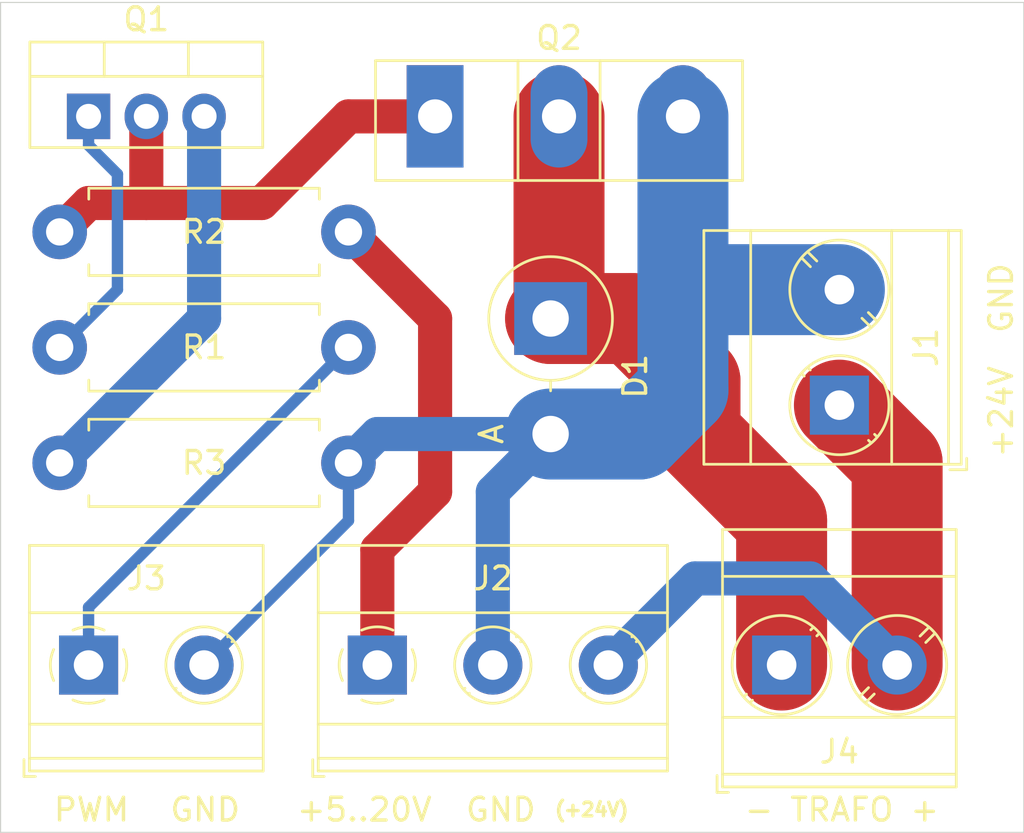
<source format=kicad_pcb>
(kicad_pcb (version 20171130) (host pcbnew "(5.1.2)-1")

  (general
    (thickness 1.6)
    (drawings 12)
    (tracks 43)
    (zones 0)
    (modules 10)
    (nets 9)
  )

  (page A4)
  (layers
    (0 F.Cu signal)
    (31 B.Cu signal)
    (32 B.Adhes user)
    (33 F.Adhes user)
    (34 B.Paste user)
    (35 F.Paste user)
    (36 B.SilkS user)
    (37 F.SilkS user)
    (38 B.Mask user)
    (39 F.Mask user)
    (40 Dwgs.User user)
    (41 Cmts.User user)
    (42 Eco1.User user)
    (43 Eco2.User user)
    (44 Edge.Cuts user)
    (45 Margin user)
    (46 B.CrtYd user)
    (47 F.CrtYd user)
    (48 B.Fab user)
    (49 F.Fab user)
  )

  (setup
    (last_trace_width 0.25)
    (trace_clearance 0.2)
    (zone_clearance 0.508)
    (zone_45_only no)
    (trace_min 0.25)
    (via_size 0.8)
    (via_drill 0.4)
    (via_min_size 0.4)
    (via_min_drill 0.3)
    (uvia_size 0.3)
    (uvia_drill 0.1)
    (uvias_allowed no)
    (uvia_min_size 0.2)
    (uvia_min_drill 0.1)
    (edge_width 0.05)
    (segment_width 0.2)
    (pcb_text_width 0.3)
    (pcb_text_size 1.5 1.5)
    (mod_edge_width 0.12)
    (mod_text_size 1 1)
    (mod_text_width 0.15)
    (pad_size 3.2 3.2)
    (pad_drill 1.6)
    (pad_to_mask_clearance 0.051)
    (solder_mask_min_width 0.25)
    (aux_axis_origin 0 0)
    (visible_elements FFFFFF7F)
    (pcbplotparams
      (layerselection 0x010fc_ffffffff)
      (usegerberextensions false)
      (usegerberattributes false)
      (usegerberadvancedattributes false)
      (creategerberjobfile false)
      (excludeedgelayer true)
      (linewidth 0.100000)
      (plotframeref false)
      (viasonmask false)
      (mode 1)
      (useauxorigin false)
      (hpglpennumber 1)
      (hpglpenspeed 20)
      (hpglpendiameter 15.000000)
      (psnegative false)
      (psa4output false)
      (plotreference true)
      (plotvalue true)
      (plotinvisibletext false)
      (padsonsilk false)
      (subtractmaskfromsilk false)
      (outputformat 1)
      (mirror false)
      (drillshape 1)
      (scaleselection 1)
      (outputdirectory ""))
  )

  (net 0 "")
  (net 1 "Net-(D1-Pad1)")
  (net 2 GND)
  (net 3 +24V)
  (net 4 +12V)
  (net 5 "Net-(J3-Pad1)")
  (net 6 "Net-(Q1-Pad1)")
  (net 7 "Net-(Q1-Pad2)")
  (net 8 "Net-(Q1-Pad3)")

  (net_class Default "Dies ist die voreingestellte Netzklasse."
    (clearance 0.2)
    (trace_width 0.25)
    (via_dia 0.8)
    (via_drill 0.4)
    (uvia_dia 0.3)
    (uvia_drill 0.1)
    (add_net +12V)
    (add_net +24V)
    (add_net GND)
    (add_net "Net-(D1-Pad1)")
    (add_net "Net-(J3-Pad1)")
    (add_net "Net-(Q1-Pad1)")
    (add_net "Net-(Q1-Pad2)")
    (add_net "Net-(Q1-Pad3)")
  )

  (module Resistor_THT:R_Axial_DIN0411_L9.9mm_D3.6mm_P12.70mm_Horizontal (layer F.Cu) (tedit 5AE5139B) (tstamp 5E43FF75)
    (at 101.6 95.25)
    (descr "Resistor, Axial_DIN0411 series, Axial, Horizontal, pin pitch=12.7mm, 1W, length*diameter=9.9*3.6mm^2")
    (tags "Resistor Axial_DIN0411 series Axial Horizontal pin pitch 12.7mm 1W length 9.9mm diameter 3.6mm")
    (path /5E47E572)
    (fp_text reference R3 (at 6.35 0) (layer F.SilkS)
      (effects (font (size 1 1) (thickness 0.15)))
    )
    (fp_text value 4R7 (at 6.35 1.27) (layer F.Fab)
      (effects (font (size 1 1) (thickness 0.15)))
    )
    (fp_text user %R (at 6.35 0) (layer F.Fab)
      (effects (font (size 1 1) (thickness 0.15)))
    )
    (fp_line (start 14.15 -2.05) (end -1.45 -2.05) (layer F.CrtYd) (width 0.05))
    (fp_line (start 14.15 2.05) (end 14.15 -2.05) (layer F.CrtYd) (width 0.05))
    (fp_line (start -1.45 2.05) (end 14.15 2.05) (layer F.CrtYd) (width 0.05))
    (fp_line (start -1.45 -2.05) (end -1.45 2.05) (layer F.CrtYd) (width 0.05))
    (fp_line (start 11.42 1.92) (end 11.42 1.44) (layer F.SilkS) (width 0.12))
    (fp_line (start 1.28 1.92) (end 11.42 1.92) (layer F.SilkS) (width 0.12))
    (fp_line (start 1.28 1.44) (end 1.28 1.92) (layer F.SilkS) (width 0.12))
    (fp_line (start 11.42 -1.92) (end 11.42 -1.44) (layer F.SilkS) (width 0.12))
    (fp_line (start 1.28 -1.92) (end 11.42 -1.92) (layer F.SilkS) (width 0.12))
    (fp_line (start 1.28 -1.44) (end 1.28 -1.92) (layer F.SilkS) (width 0.12))
    (fp_line (start 12.7 0) (end 11.3 0) (layer F.Fab) (width 0.1))
    (fp_line (start 0 0) (end 1.4 0) (layer F.Fab) (width 0.1))
    (fp_line (start 11.3 -1.8) (end 1.4 -1.8) (layer F.Fab) (width 0.1))
    (fp_line (start 11.3 1.8) (end 11.3 -1.8) (layer F.Fab) (width 0.1))
    (fp_line (start 1.4 1.8) (end 11.3 1.8) (layer F.Fab) (width 0.1))
    (fp_line (start 1.4 -1.8) (end 1.4 1.8) (layer F.Fab) (width 0.1))
    (pad 2 thru_hole oval (at 12.7 0) (size 2.4 2.4) (drill 1.2) (layers *.Cu *.Mask)
      (net 2 GND))
    (pad 1 thru_hole circle (at 0 0) (size 2.4 2.4) (drill 1.2) (layers *.Cu *.Mask)
      (net 8 "Net-(Q1-Pad3)"))
    (model ${KISYS3DMOD}/Resistor_THT.3dshapes/R_Axial_DIN0411_L9.9mm_D3.6mm_P12.70mm_Horizontal.wrl
      (at (xyz 0 0 0))
      (scale (xyz 1 1 1))
      (rotate (xyz 0 0 0))
    )
  )

  (module Resistor_THT:R_Axial_DIN0411_L9.9mm_D3.6mm_P12.70mm_Horizontal (layer F.Cu) (tedit 5AE5139B) (tstamp 5E43B4CF)
    (at 101.6 90.17)
    (descr "Resistor, Axial_DIN0411 series, Axial, Horizontal, pin pitch=12.7mm, 1W, length*diameter=9.9*3.6mm^2")
    (tags "Resistor Axial_DIN0411 series Axial Horizontal pin pitch 12.7mm 1W length 9.9mm diameter 3.6mm")
    (path /5E42AE96)
    (fp_text reference R1 (at 6.35 0) (layer F.SilkS)
      (effects (font (size 1 1) (thickness 0.15)))
    )
    (fp_text value 330R (at 6.35 1.27) (layer F.Fab)
      (effects (font (size 1 1) (thickness 0.15)))
    )
    (fp_text user %R (at 6.35 0) (layer F.Fab)
      (effects (font (size 1 1) (thickness 0.15)))
    )
    (fp_line (start 14.15 -2.05) (end -1.45 -2.05) (layer F.CrtYd) (width 0.05))
    (fp_line (start 14.15 2.05) (end 14.15 -2.05) (layer F.CrtYd) (width 0.05))
    (fp_line (start -1.45 2.05) (end 14.15 2.05) (layer F.CrtYd) (width 0.05))
    (fp_line (start -1.45 -2.05) (end -1.45 2.05) (layer F.CrtYd) (width 0.05))
    (fp_line (start 11.42 1.92) (end 11.42 1.44) (layer F.SilkS) (width 0.12))
    (fp_line (start 1.28 1.92) (end 11.42 1.92) (layer F.SilkS) (width 0.12))
    (fp_line (start 1.28 1.44) (end 1.28 1.92) (layer F.SilkS) (width 0.12))
    (fp_line (start 11.42 -1.92) (end 11.42 -1.44) (layer F.SilkS) (width 0.12))
    (fp_line (start 1.28 -1.92) (end 11.42 -1.92) (layer F.SilkS) (width 0.12))
    (fp_line (start 1.28 -1.44) (end 1.28 -1.92) (layer F.SilkS) (width 0.12))
    (fp_line (start 12.7 0) (end 11.3 0) (layer F.Fab) (width 0.1))
    (fp_line (start 0 0) (end 1.4 0) (layer F.Fab) (width 0.1))
    (fp_line (start 11.3 -1.8) (end 1.4 -1.8) (layer F.Fab) (width 0.1))
    (fp_line (start 11.3 1.8) (end 11.3 -1.8) (layer F.Fab) (width 0.1))
    (fp_line (start 1.4 1.8) (end 11.3 1.8) (layer F.Fab) (width 0.1))
    (fp_line (start 1.4 -1.8) (end 1.4 1.8) (layer F.Fab) (width 0.1))
    (pad 2 thru_hole oval (at 12.7 0) (size 2.4 2.4) (drill 1.2) (layers *.Cu *.Mask)
      (net 5 "Net-(J3-Pad1)"))
    (pad 1 thru_hole circle (at 0 0) (size 2.4 2.4) (drill 1.2) (layers *.Cu *.Mask)
      (net 6 "Net-(Q1-Pad1)"))
    (model ${KISYS3DMOD}/Resistor_THT.3dshapes/R_Axial_DIN0411_L9.9mm_D3.6mm_P12.70mm_Horizontal.wrl
      (at (xyz 0 0 0))
      (scale (xyz 1 1 1))
      (rotate (xyz 0 0 0))
    )
  )

  (module TerminalBlock_Phoenix:TerminalBlock_Phoenix_MKDS-1,5-2-5.08_1x02_P5.08mm_Horizontal (layer F.Cu) (tedit 5B294EBC) (tstamp 5E43B45A)
    (at 102.87 104.14)
    (descr "Terminal Block Phoenix MKDS-1,5-2-5.08, 2 pins, pitch 5.08mm, size 10.2x9.8mm^2, drill diamater 1.3mm, pad diameter 2.6mm, see http://www.farnell.com/datasheets/100425.pdf, script-generated using https://github.com/pointhi/kicad-footprint-generator/scripts/TerminalBlock_Phoenix")
    (tags "THT Terminal Block Phoenix MKDS-1,5-2-5.08 pitch 5.08mm size 10.2x9.8mm^2 drill 1.3mm pad 2.6mm")
    (path /5E431FCB)
    (fp_text reference J3 (at 2.54 -3.81) (layer F.SilkS)
      (effects (font (size 1 1) (thickness 0.15)))
    )
    (fp_text value "PWM IN" (at 2.54 5.66) (layer F.Fab)
      (effects (font (size 1 1) (thickness 0.15)))
    )
    (fp_text user %R (at 2.54 3.2) (layer F.Fab)
      (effects (font (size 1 1) (thickness 0.15)))
    )
    (fp_line (start 8.13 -5.71) (end -3.04 -5.71) (layer F.CrtYd) (width 0.05))
    (fp_line (start 8.13 5.1) (end 8.13 -5.71) (layer F.CrtYd) (width 0.05))
    (fp_line (start -3.04 5.1) (end 8.13 5.1) (layer F.CrtYd) (width 0.05))
    (fp_line (start -3.04 -5.71) (end -3.04 5.1) (layer F.CrtYd) (width 0.05))
    (fp_line (start -2.84 4.9) (end -2.34 4.9) (layer F.SilkS) (width 0.12))
    (fp_line (start -2.84 4.16) (end -2.84 4.9) (layer F.SilkS) (width 0.12))
    (fp_line (start 3.853 1.023) (end 3.806 1.069) (layer F.SilkS) (width 0.12))
    (fp_line (start 6.15 -1.275) (end 6.115 -1.239) (layer F.SilkS) (width 0.12))
    (fp_line (start 4.046 1.239) (end 4.011 1.274) (layer F.SilkS) (width 0.12))
    (fp_line (start 6.355 -1.069) (end 6.308 -1.023) (layer F.SilkS) (width 0.12))
    (fp_line (start 6.035 -1.138) (end 3.943 0.955) (layer F.Fab) (width 0.1))
    (fp_line (start 6.218 -0.955) (end 4.126 1.138) (layer F.Fab) (width 0.1))
    (fp_line (start 0.955 -1.138) (end -1.138 0.955) (layer F.Fab) (width 0.1))
    (fp_line (start 1.138 -0.955) (end -0.955 1.138) (layer F.Fab) (width 0.1))
    (fp_line (start 7.68 -5.261) (end 7.68 4.66) (layer F.SilkS) (width 0.12))
    (fp_line (start -2.6 -5.261) (end -2.6 4.66) (layer F.SilkS) (width 0.12))
    (fp_line (start -2.6 4.66) (end 7.68 4.66) (layer F.SilkS) (width 0.12))
    (fp_line (start -2.6 -5.261) (end 7.68 -5.261) (layer F.SilkS) (width 0.12))
    (fp_line (start -2.6 -2.301) (end 7.68 -2.301) (layer F.SilkS) (width 0.12))
    (fp_line (start -2.54 -2.3) (end 7.62 -2.3) (layer F.Fab) (width 0.1))
    (fp_line (start -2.6 2.6) (end 7.68 2.6) (layer F.SilkS) (width 0.12))
    (fp_line (start -2.54 2.6) (end 7.62 2.6) (layer F.Fab) (width 0.1))
    (fp_line (start -2.6 4.1) (end 7.68 4.1) (layer F.SilkS) (width 0.12))
    (fp_line (start -2.54 4.1) (end 7.62 4.1) (layer F.Fab) (width 0.1))
    (fp_line (start -2.54 4.1) (end -2.54 -5.2) (layer F.Fab) (width 0.1))
    (fp_line (start -2.04 4.6) (end -2.54 4.1) (layer F.Fab) (width 0.1))
    (fp_line (start 7.62 4.6) (end -2.04 4.6) (layer F.Fab) (width 0.1))
    (fp_line (start 7.62 -5.2) (end 7.62 4.6) (layer F.Fab) (width 0.1))
    (fp_line (start -2.54 -5.2) (end 7.62 -5.2) (layer F.Fab) (width 0.1))
    (fp_circle (center 5.08 0) (end 6.76 0) (layer F.SilkS) (width 0.12))
    (fp_circle (center 5.08 0) (end 6.58 0) (layer F.Fab) (width 0.1))
    (fp_circle (center 0 0) (end 1.5 0) (layer F.Fab) (width 0.1))
    (fp_arc (start 0 0) (end -0.684 1.535) (angle -25) (layer F.SilkS) (width 0.12))
    (fp_arc (start 0 0) (end -1.535 -0.684) (angle -48) (layer F.SilkS) (width 0.12))
    (fp_arc (start 0 0) (end 0.684 -1.535) (angle -48) (layer F.SilkS) (width 0.12))
    (fp_arc (start 0 0) (end 1.535 0.684) (angle -48) (layer F.SilkS) (width 0.12))
    (fp_arc (start 0 0) (end 0 1.68) (angle -24) (layer F.SilkS) (width 0.12))
    (pad 2 thru_hole circle (at 5.08 0) (size 2.6 2.6) (drill 1.3) (layers *.Cu *.Mask)
      (net 2 GND))
    (pad 1 thru_hole rect (at 0 0) (size 2.6 2.6) (drill 1.3) (layers *.Cu *.Mask)
      (net 5 "Net-(J3-Pad1)"))
    (model ${KISYS3DMOD}/TerminalBlock_Phoenix.3dshapes/TerminalBlock_Phoenix_MKDS-1,5-2-5.08_1x02_P5.08mm_Horizontal.wrl
      (at (xyz 0 0 0))
      (scale (xyz 1 1 1))
      (rotate (xyz 0 0 0))
    )
  )

  (module Diode_THT:D_DO-201AD_P5.08mm_Vertical_AnodeUp (layer F.Cu) (tedit 5AE50CD5) (tstamp 5E43B3D6)
    (at 123.19 88.9 270)
    (descr "Diode, DO-201AD series, Axial, Vertical, pin pitch=5.08mm, , length*diameter=9.5*5.2mm^2, , http://www.diodes.com/_files/packages/DO-201AD.pdf")
    (tags "Diode DO-201AD series Axial Vertical pin pitch 5.08mm  length 9.5mm diameter 5.2mm")
    (path /5E42B65A)
    (fp_text reference D1 (at 2.54 -3.72 90) (layer F.SilkS)
      (effects (font (size 1 1) (thickness 0.15)))
    )
    (fp_text value UF4007 (at 2.54 5.498 90) (layer F.Fab)
      (effects (font (size 1 1) (thickness 0.15)))
    )
    (fp_text user A (at 5.08 2.6 90) (layer F.SilkS)
      (effects (font (size 1 1) (thickness 0.15)))
    )
    (fp_text user A (at 5.08 2.6 90) (layer F.Fab)
      (effects (font (size 1 1) (thickness 0.15)))
    )
    (fp_text user %R (at 2.54 -3.72 90) (layer F.Fab)
      (effects (font (size 1 1) (thickness 0.15)))
    )
    (fp_line (start 6.93 -2.85) (end -2.85 -2.85) (layer F.CrtYd) (width 0.05))
    (fp_line (start 6.93 2.85) (end 6.93 -2.85) (layer F.CrtYd) (width 0.05))
    (fp_line (start -2.85 2.85) (end 6.93 2.85) (layer F.CrtYd) (width 0.05))
    (fp_line (start -2.85 -2.85) (end -2.85 2.85) (layer F.CrtYd) (width 0.05))
    (fp_line (start 2.72 0) (end 3.18 0) (layer F.SilkS) (width 0.12))
    (fp_line (start 0 0) (end 5.08 0) (layer F.Fab) (width 0.1))
    (fp_circle (center 0 0) (end 2.72 0) (layer F.SilkS) (width 0.12))
    (fp_circle (center 0 0) (end 2.6 0) (layer F.Fab) (width 0.1))
    (pad 2 thru_hole oval (at 5.08 0 270) (size 3.2 3.2) (drill 1.6) (layers *.Cu *.Mask)
      (net 2 GND))
    (pad 1 thru_hole rect (at 0 0 270) (size 3.2 3.2) (drill 1.6) (layers *.Cu *.Mask)
      (net 1 "Net-(D1-Pad1)"))
    (model ${KISYS3DMOD}/Diode_THT.3dshapes/D_DO-201AD_P5.08mm_Vertical_AnodeUp.wrl
      (at (xyz 0 0 0))
      (scale (xyz 1 1 1))
      (rotate (xyz 0 0 0))
    )
  )

  (module Package_TO_SOT_THT:TO-247-3_Vertical (layer F.Cu) (tedit 5AC86DC3) (tstamp 5E43B4B8)
    (at 118.11 80.01)
    (descr "TO-247-3, Vertical, RM 5.45mm, see https://toshiba.semicon-storage.com/us/product/mosfet/to-247-4l.html")
    (tags "TO-247-3 Vertical RM 5.45mm")
    (path /5E42CB8F)
    (fp_text reference Q2 (at 5.45 -3.45) (layer F.SilkS)
      (effects (font (size 1 1) (thickness 0.15)))
    )
    (fp_text value IPW60 (at 5.45 3.95) (layer F.Fab)
      (effects (font (size 1 1) (thickness 0.15)))
    )
    (fp_text user %R (at 5.45 -3.45) (layer F.Fab)
      (effects (font (size 1 1) (thickness 0.15)))
    )
    (fp_line (start 13.65 -2.59) (end -2.75 -2.59) (layer F.CrtYd) (width 0.05))
    (fp_line (start 13.65 2.95) (end 13.65 -2.59) (layer F.CrtYd) (width 0.05))
    (fp_line (start -2.75 2.95) (end 13.65 2.95) (layer F.CrtYd) (width 0.05))
    (fp_line (start -2.75 -2.59) (end -2.75 2.95) (layer F.CrtYd) (width 0.05))
    (fp_line (start 7.255 -2.451) (end 7.255 2.82) (layer F.SilkS) (width 0.12))
    (fp_line (start 3.646 -2.451) (end 3.646 2.82) (layer F.SilkS) (width 0.12))
    (fp_line (start 13.52 -2.451) (end 13.52 2.82) (layer F.SilkS) (width 0.12))
    (fp_line (start -2.62 -2.451) (end -2.62 2.82) (layer F.SilkS) (width 0.12))
    (fp_line (start -2.62 2.82) (end 13.52 2.82) (layer F.SilkS) (width 0.12))
    (fp_line (start -2.62 -2.451) (end 13.52 -2.451) (layer F.SilkS) (width 0.12))
    (fp_line (start 7.255 -2.33) (end 7.255 2.7) (layer F.Fab) (width 0.1))
    (fp_line (start 3.645 -2.33) (end 3.645 2.7) (layer F.Fab) (width 0.1))
    (fp_line (start 13.4 -2.33) (end -2.5 -2.33) (layer F.Fab) (width 0.1))
    (fp_line (start 13.4 2.7) (end 13.4 -2.33) (layer F.Fab) (width 0.1))
    (fp_line (start -2.5 2.7) (end 13.4 2.7) (layer F.Fab) (width 0.1))
    (fp_line (start -2.5 -2.33) (end -2.5 2.7) (layer F.Fab) (width 0.1))
    (pad 3 thru_hole oval (at 10.9 0) (size 2.5 4.5) (drill 1.5) (layers *.Cu *.Mask)
      (net 2 GND))
    (pad 2 thru_hole oval (at 5.45 0) (size 2.5 4.5) (drill 1.5) (layers *.Cu *.Mask)
      (net 1 "Net-(D1-Pad1)"))
    (pad 1 thru_hole rect (at 0 0) (size 2.5 4.5) (drill 1.5) (layers *.Cu *.Mask)
      (net 7 "Net-(Q1-Pad2)"))
    (model ${KISYS3DMOD}/Package_TO_SOT_THT.3dshapes/TO-247-3_Vertical.wrl
      (at (xyz 0 0 0))
      (scale (xyz 1 1 1))
      (rotate (xyz 0 0 0))
    )
  )

  (module TerminalBlock_Phoenix:TerminalBlock_Phoenix_MKDS-3-2-5.08_1x02_P5.08mm_Horizontal (layer F.Cu) (tedit 5B294F11) (tstamp 5E43B402)
    (at 135.89 92.71 90)
    (descr "Terminal Block Phoenix MKDS-3-2-5.08, 2 pins, pitch 5.08mm, size 10.2x11.2mm^2, drill diamater 1.3mm, pad diameter 2.6mm, see http://www.farnell.com/datasheets/2138224.pdf, script-generated using https://github.com/pointhi/kicad-footprint-generator/scripts/TerminalBlock_Phoenix")
    (tags "THT Terminal Block Phoenix MKDS-3-2-5.08 pitch 5.08mm size 10.2x11.2mm^2 drill 1.3mm pad 2.6mm")
    (path /5E430B4F)
    (fp_text reference J1 (at 2.54 3.81 90) (layer F.SilkS)
      (effects (font (size 1 1) (thickness 0.15)))
    )
    (fp_text value +24V (at 2.54 6.36 90) (layer F.Fab)
      (effects (font (size 1 1) (thickness 0.15)))
    )
    (fp_text user %R (at 2.54 3.1 90) (layer F.Fab)
      (effects (font (size 1 1) (thickness 0.15)))
    )
    (fp_line (start 8.13 -6.4) (end -3.04 -6.4) (layer F.CrtYd) (width 0.05))
    (fp_line (start 8.13 5.8) (end 8.13 -6.4) (layer F.CrtYd) (width 0.05))
    (fp_line (start -3.04 5.8) (end 8.13 5.8) (layer F.CrtYd) (width 0.05))
    (fp_line (start -3.04 -6.4) (end -3.04 5.8) (layer F.CrtYd) (width 0.05))
    (fp_line (start -2.84 5.6) (end -2.34 5.6) (layer F.SilkS) (width 0.12))
    (fp_line (start -2.84 4.86) (end -2.84 5.6) (layer F.SilkS) (width 0.12))
    (fp_line (start 3.822 0.992) (end 3.427 1.388) (layer F.SilkS) (width 0.12))
    (fp_line (start 6.468 -1.654) (end 6.088 -1.274) (layer F.SilkS) (width 0.12))
    (fp_line (start 4.073 1.274) (end 3.693 1.654) (layer F.SilkS) (width 0.12))
    (fp_line (start 6.734 -1.388) (end 6.339 -0.992) (layer F.SilkS) (width 0.12))
    (fp_line (start 6.353 -1.517) (end 3.564 1.273) (layer F.Fab) (width 0.1))
    (fp_line (start 6.597 -1.273) (end 3.808 1.517) (layer F.Fab) (width 0.1))
    (fp_line (start -1.548 1.281) (end -1.654 1.388) (layer F.SilkS) (width 0.12))
    (fp_line (start 1.388 -1.654) (end 1.281 -1.547) (layer F.SilkS) (width 0.12))
    (fp_line (start -1.282 1.547) (end -1.388 1.654) (layer F.SilkS) (width 0.12))
    (fp_line (start 1.654 -1.388) (end 1.547 -1.281) (layer F.SilkS) (width 0.12))
    (fp_line (start 1.273 -1.517) (end -1.517 1.273) (layer F.Fab) (width 0.1))
    (fp_line (start 1.517 -1.273) (end -1.273 1.517) (layer F.Fab) (width 0.1))
    (fp_line (start 7.68 -5.96) (end 7.68 5.36) (layer F.SilkS) (width 0.12))
    (fp_line (start -2.6 -5.96) (end -2.6 5.36) (layer F.SilkS) (width 0.12))
    (fp_line (start -2.6 5.36) (end 7.68 5.36) (layer F.SilkS) (width 0.12))
    (fp_line (start -2.6 -5.96) (end 7.68 -5.96) (layer F.SilkS) (width 0.12))
    (fp_line (start -2.6 -3.9) (end 7.68 -3.9) (layer F.SilkS) (width 0.12))
    (fp_line (start -2.54 -3.9) (end 7.62 -3.9) (layer F.Fab) (width 0.1))
    (fp_line (start -2.6 2.3) (end 7.68 2.3) (layer F.SilkS) (width 0.12))
    (fp_line (start -2.54 2.3) (end 7.62 2.3) (layer F.Fab) (width 0.1))
    (fp_line (start -2.6 4.8) (end 7.68 4.8) (layer F.SilkS) (width 0.12))
    (fp_line (start -2.54 4.8) (end 7.62 4.8) (layer F.Fab) (width 0.1))
    (fp_line (start -2.54 4.8) (end -2.54 -5.9) (layer F.Fab) (width 0.1))
    (fp_line (start -2.04 5.3) (end -2.54 4.8) (layer F.Fab) (width 0.1))
    (fp_line (start 7.62 5.3) (end -2.04 5.3) (layer F.Fab) (width 0.1))
    (fp_line (start 7.62 -5.9) (end 7.62 5.3) (layer F.Fab) (width 0.1))
    (fp_line (start -2.54 -5.9) (end 7.62 -5.9) (layer F.Fab) (width 0.1))
    (fp_circle (center 5.08 0) (end 7.26 0) (layer F.SilkS) (width 0.12))
    (fp_circle (center 5.08 0) (end 7.08 0) (layer F.Fab) (width 0.1))
    (fp_circle (center 0 0) (end 2.18 0) (layer F.SilkS) (width 0.12))
    (fp_circle (center 0 0) (end 2 0) (layer F.Fab) (width 0.1))
    (pad 2 thru_hole circle (at 5.08 0 90) (size 2.6 2.6) (drill 1.3) (layers *.Cu *.Mask)
      (net 2 GND))
    (pad 1 thru_hole rect (at 0 0 90) (size 2.6 2.6) (drill 1.3) (layers *.Cu *.Mask)
      (net 3 +24V))
    (model ${KISYS3DMOD}/TerminalBlock_Phoenix.3dshapes/TerminalBlock_Phoenix_MKDS-3-2-5.08_1x02_P5.08mm_Horizontal.wrl
      (at (xyz 0 0 0))
      (scale (xyz 1 1 1))
      (rotate (xyz 0 0 0))
    )
  )

  (module TerminalBlock_Phoenix:TerminalBlock_Phoenix_MKDS-3-2-5.08_1x02_P5.08mm_Horizontal (layer F.Cu) (tedit 5B294F11) (tstamp 5E43B486)
    (at 133.35 104.14)
    (descr "Terminal Block Phoenix MKDS-3-2-5.08, 2 pins, pitch 5.08mm, size 10.2x11.2mm^2, drill diamater 1.3mm, pad diameter 2.6mm, see http://www.farnell.com/datasheets/2138224.pdf, script-generated using https://github.com/pointhi/kicad-footprint-generator/scripts/TerminalBlock_Phoenix")
    (tags "THT Terminal Block Phoenix MKDS-3-2-5.08 pitch 5.08mm size 10.2x11.2mm^2 drill 1.3mm pad 2.6mm")
    (path /5E4319B9)
    (fp_text reference J4 (at 2.54 3.81) (layer F.SilkS)
      (effects (font (size 1 1) (thickness 0.15)))
    )
    (fp_text value TRAFO (at 2.54 6.36) (layer F.Fab)
      (effects (font (size 1 1) (thickness 0.15)))
    )
    (fp_text user %R (at 2.54 3.1) (layer F.Fab)
      (effects (font (size 1 1) (thickness 0.15)))
    )
    (fp_line (start 8.13 -6.4) (end -3.04 -6.4) (layer F.CrtYd) (width 0.05))
    (fp_line (start 8.13 5.8) (end 8.13 -6.4) (layer F.CrtYd) (width 0.05))
    (fp_line (start -3.04 5.8) (end 8.13 5.8) (layer F.CrtYd) (width 0.05))
    (fp_line (start -3.04 -6.4) (end -3.04 5.8) (layer F.CrtYd) (width 0.05))
    (fp_line (start -2.84 5.6) (end -2.34 5.6) (layer F.SilkS) (width 0.12))
    (fp_line (start -2.84 4.86) (end -2.84 5.6) (layer F.SilkS) (width 0.12))
    (fp_line (start 3.822 0.992) (end 3.427 1.388) (layer F.SilkS) (width 0.12))
    (fp_line (start 6.468 -1.654) (end 6.088 -1.274) (layer F.SilkS) (width 0.12))
    (fp_line (start 4.073 1.274) (end 3.693 1.654) (layer F.SilkS) (width 0.12))
    (fp_line (start 6.734 -1.388) (end 6.339 -0.992) (layer F.SilkS) (width 0.12))
    (fp_line (start 6.353 -1.517) (end 3.564 1.273) (layer F.Fab) (width 0.1))
    (fp_line (start 6.597 -1.273) (end 3.808 1.517) (layer F.Fab) (width 0.1))
    (fp_line (start -1.548 1.281) (end -1.654 1.388) (layer F.SilkS) (width 0.12))
    (fp_line (start 1.388 -1.654) (end 1.281 -1.547) (layer F.SilkS) (width 0.12))
    (fp_line (start -1.282 1.547) (end -1.388 1.654) (layer F.SilkS) (width 0.12))
    (fp_line (start 1.654 -1.388) (end 1.547 -1.281) (layer F.SilkS) (width 0.12))
    (fp_line (start 1.273 -1.517) (end -1.517 1.273) (layer F.Fab) (width 0.1))
    (fp_line (start 1.517 -1.273) (end -1.273 1.517) (layer F.Fab) (width 0.1))
    (fp_line (start 7.68 -5.96) (end 7.68 5.36) (layer F.SilkS) (width 0.12))
    (fp_line (start -2.6 -5.96) (end -2.6 5.36) (layer F.SilkS) (width 0.12))
    (fp_line (start -2.6 5.36) (end 7.68 5.36) (layer F.SilkS) (width 0.12))
    (fp_line (start -2.6 -5.96) (end 7.68 -5.96) (layer F.SilkS) (width 0.12))
    (fp_line (start -2.6 -3.9) (end 7.68 -3.9) (layer F.SilkS) (width 0.12))
    (fp_line (start -2.54 -3.9) (end 7.62 -3.9) (layer F.Fab) (width 0.1))
    (fp_line (start -2.6 2.3) (end 7.68 2.3) (layer F.SilkS) (width 0.12))
    (fp_line (start -2.54 2.3) (end 7.62 2.3) (layer F.Fab) (width 0.1))
    (fp_line (start -2.6 4.8) (end 7.68 4.8) (layer F.SilkS) (width 0.12))
    (fp_line (start -2.54 4.8) (end 7.62 4.8) (layer F.Fab) (width 0.1))
    (fp_line (start -2.54 4.8) (end -2.54 -5.9) (layer F.Fab) (width 0.1))
    (fp_line (start -2.04 5.3) (end -2.54 4.8) (layer F.Fab) (width 0.1))
    (fp_line (start 7.62 5.3) (end -2.04 5.3) (layer F.Fab) (width 0.1))
    (fp_line (start 7.62 -5.9) (end 7.62 5.3) (layer F.Fab) (width 0.1))
    (fp_line (start -2.54 -5.9) (end 7.62 -5.9) (layer F.Fab) (width 0.1))
    (fp_circle (center 5.08 0) (end 7.26 0) (layer F.SilkS) (width 0.12))
    (fp_circle (center 5.08 0) (end 7.08 0) (layer F.Fab) (width 0.1))
    (fp_circle (center 0 0) (end 2.18 0) (layer F.SilkS) (width 0.12))
    (fp_circle (center 0 0) (end 2 0) (layer F.Fab) (width 0.1))
    (pad 2 thru_hole circle (at 5.08 0) (size 2.6 2.6) (drill 1.3) (layers *.Cu *.Mask)
      (net 3 +24V))
    (pad 1 thru_hole rect (at 0 0) (size 2.6 2.6) (drill 1.3) (layers *.Cu *.Mask)
      (net 1 "Net-(D1-Pad1)"))
    (model ${KISYS3DMOD}/TerminalBlock_Phoenix.3dshapes/TerminalBlock_Phoenix_MKDS-3-2-5.08_1x02_P5.08mm_Horizontal.wrl
      (at (xyz 0 0 0))
      (scale (xyz 1 1 1))
      (rotate (xyz 0 0 0))
    )
  )

  (module Package_TO_SOT_THT:TO-220-3_Vertical (layer F.Cu) (tedit 5AC8BA0D) (tstamp 5E43B4A0)
    (at 102.87 80.01)
    (descr "TO-220-3, Vertical, RM 2.54mm, see https://www.vishay.com/docs/66542/to-220-1.pdf")
    (tags "TO-220-3 Vertical RM 2.54mm")
    (path /5E42A30A)
    (fp_text reference Q1 (at 2.54 -4.27) (layer F.SilkS)
      (effects (font (size 1 1) (thickness 0.15)))
    )
    (fp_text value TIP41C (at 2.54 2.5) (layer F.Fab)
      (effects (font (size 1 1) (thickness 0.15)))
    )
    (fp_line (start -2.46 -3.15) (end -2.46 1.25) (layer F.Fab) (width 0.1))
    (fp_line (start -2.46 1.25) (end 7.54 1.25) (layer F.Fab) (width 0.1))
    (fp_line (start 7.54 1.25) (end 7.54 -3.15) (layer F.Fab) (width 0.1))
    (fp_line (start 7.54 -3.15) (end -2.46 -3.15) (layer F.Fab) (width 0.1))
    (fp_line (start -2.46 -1.88) (end 7.54 -1.88) (layer F.Fab) (width 0.1))
    (fp_line (start 0.69 -3.15) (end 0.69 -1.88) (layer F.Fab) (width 0.1))
    (fp_line (start 4.39 -3.15) (end 4.39 -1.88) (layer F.Fab) (width 0.1))
    (fp_line (start -2.58 -3.27) (end 7.66 -3.27) (layer F.SilkS) (width 0.12))
    (fp_line (start -2.58 1.371) (end 7.66 1.371) (layer F.SilkS) (width 0.12))
    (fp_line (start -2.58 -3.27) (end -2.58 1.371) (layer F.SilkS) (width 0.12))
    (fp_line (start 7.66 -3.27) (end 7.66 1.371) (layer F.SilkS) (width 0.12))
    (fp_line (start -2.58 -1.76) (end 7.66 -1.76) (layer F.SilkS) (width 0.12))
    (fp_line (start 0.69 -3.27) (end 0.69 -1.76) (layer F.SilkS) (width 0.12))
    (fp_line (start 4.391 -3.27) (end 4.391 -1.76) (layer F.SilkS) (width 0.12))
    (fp_line (start -2.71 -3.4) (end -2.71 1.51) (layer F.CrtYd) (width 0.05))
    (fp_line (start -2.71 1.51) (end 7.79 1.51) (layer F.CrtYd) (width 0.05))
    (fp_line (start 7.79 1.51) (end 7.79 -3.4) (layer F.CrtYd) (width 0.05))
    (fp_line (start 7.79 -3.4) (end -2.71 -3.4) (layer F.CrtYd) (width 0.05))
    (fp_text user %R (at 2.54 -4.27) (layer F.Fab)
      (effects (font (size 1 1) (thickness 0.15)))
    )
    (pad 1 thru_hole rect (at 0 0) (size 1.905 2) (drill 1.1) (layers *.Cu *.Mask)
      (net 6 "Net-(Q1-Pad1)"))
    (pad 2 thru_hole oval (at 2.54 0) (size 1.905 2) (drill 1.1) (layers *.Cu *.Mask)
      (net 7 "Net-(Q1-Pad2)"))
    (pad 3 thru_hole oval (at 5.08 0) (size 1.905 2) (drill 1.1) (layers *.Cu *.Mask)
      (net 8 "Net-(Q1-Pad3)"))
    (model ${KISYS3DMOD}/Package_TO_SOT_THT.3dshapes/TO-220-3_Vertical.wrl
      (at (xyz 0 0 0))
      (scale (xyz 1 1 1))
      (rotate (xyz 0 0 0))
    )
  )

  (module Resistor_THT:R_Axial_DIN0411_L9.9mm_D3.6mm_P12.70mm_Horizontal (layer F.Cu) (tedit 5AE5139B) (tstamp 5E43B4E6)
    (at 114.3 85.09 180)
    (descr "Resistor, Axial_DIN0411 series, Axial, Horizontal, pin pitch=12.7mm, 1W, length*diameter=9.9*3.6mm^2")
    (tags "Resistor Axial_DIN0411 series Axial Horizontal pin pitch 12.7mm 1W length 9.9mm diameter 3.6mm")
    (path /5E42AA9D)
    (fp_text reference R2 (at 6.35 0) (layer F.SilkS)
      (effects (font (size 1 1) (thickness 0.15)))
    )
    (fp_text value 47R (at 6.35 -1.27) (layer F.Fab)
      (effects (font (size 1 1) (thickness 0.15)))
    )
    (fp_line (start 1.4 -1.8) (end 1.4 1.8) (layer F.Fab) (width 0.1))
    (fp_line (start 1.4 1.8) (end 11.3 1.8) (layer F.Fab) (width 0.1))
    (fp_line (start 11.3 1.8) (end 11.3 -1.8) (layer F.Fab) (width 0.1))
    (fp_line (start 11.3 -1.8) (end 1.4 -1.8) (layer F.Fab) (width 0.1))
    (fp_line (start 0 0) (end 1.4 0) (layer F.Fab) (width 0.1))
    (fp_line (start 12.7 0) (end 11.3 0) (layer F.Fab) (width 0.1))
    (fp_line (start 1.28 -1.44) (end 1.28 -1.92) (layer F.SilkS) (width 0.12))
    (fp_line (start 1.28 -1.92) (end 11.42 -1.92) (layer F.SilkS) (width 0.12))
    (fp_line (start 11.42 -1.92) (end 11.42 -1.44) (layer F.SilkS) (width 0.12))
    (fp_line (start 1.28 1.44) (end 1.28 1.92) (layer F.SilkS) (width 0.12))
    (fp_line (start 1.28 1.92) (end 11.42 1.92) (layer F.SilkS) (width 0.12))
    (fp_line (start 11.42 1.92) (end 11.42 1.44) (layer F.SilkS) (width 0.12))
    (fp_line (start -1.45 -2.05) (end -1.45 2.05) (layer F.CrtYd) (width 0.05))
    (fp_line (start -1.45 2.05) (end 14.15 2.05) (layer F.CrtYd) (width 0.05))
    (fp_line (start 14.15 2.05) (end 14.15 -2.05) (layer F.CrtYd) (width 0.05))
    (fp_line (start 14.15 -2.05) (end -1.45 -2.05) (layer F.CrtYd) (width 0.05))
    (fp_text user %R (at 6.35 0) (layer F.Fab)
      (effects (font (size 1 1) (thickness 0.15)))
    )
    (pad 1 thru_hole circle (at 0 0 180) (size 2.4 2.4) (drill 1.2) (layers *.Cu *.Mask)
      (net 4 +12V))
    (pad 2 thru_hole oval (at 12.7 0 180) (size 2.4 2.4) (drill 1.2) (layers *.Cu *.Mask)
      (net 7 "Net-(Q1-Pad2)"))
    (model ${KISYS3DMOD}/Resistor_THT.3dshapes/R_Axial_DIN0411_L9.9mm_D3.6mm_P12.70mm_Horizontal.wrl
      (at (xyz 0 0 0))
      (scale (xyz 1 1 1))
      (rotate (xyz 0 0 0))
    )
  )

  (module TerminalBlock_Phoenix:TerminalBlock_Phoenix_MKDS-1,5-3-5.08_1x03_P5.08mm_Horizontal (layer F.Cu) (tedit 5B294EBC) (tstamp 5E440439)
    (at 115.57 104.14)
    (descr "Terminal Block Phoenix MKDS-1,5-3-5.08, 3 pins, pitch 5.08mm, size 15.2x9.8mm^2, drill diamater 1.3mm, pad diameter 2.6mm, see http://www.farnell.com/datasheets/100425.pdf, script-generated using https://github.com/pointhi/kicad-footprint-generator/scripts/TerminalBlock_Phoenix")
    (tags "THT Terminal Block Phoenix MKDS-1,5-3-5.08 pitch 5.08mm size 15.2x9.8mm^2 drill 1.3mm pad 2.6mm")
    (path /5E486D69)
    (fp_text reference J2 (at 5.08 -3.81) (layer F.SilkS)
      (effects (font (size 1 1) (thickness 0.15)))
    )
    (fp_text value +5..20V (at 5.08 5.66) (layer F.Fab)
      (effects (font (size 1 1) (thickness 0.15)))
    )
    (fp_arc (start 0 0) (end 0 1.68) (angle -24) (layer F.SilkS) (width 0.12))
    (fp_arc (start 0 0) (end 1.535 0.684) (angle -48) (layer F.SilkS) (width 0.12))
    (fp_arc (start 0 0) (end 0.684 -1.535) (angle -48) (layer F.SilkS) (width 0.12))
    (fp_arc (start 0 0) (end -1.535 -0.684) (angle -48) (layer F.SilkS) (width 0.12))
    (fp_arc (start 0 0) (end -0.684 1.535) (angle -25) (layer F.SilkS) (width 0.12))
    (fp_circle (center 0 0) (end 1.5 0) (layer F.Fab) (width 0.1))
    (fp_circle (center 5.08 0) (end 6.58 0) (layer F.Fab) (width 0.1))
    (fp_circle (center 5.08 0) (end 6.76 0) (layer F.SilkS) (width 0.12))
    (fp_circle (center 10.16 0) (end 11.66 0) (layer F.Fab) (width 0.1))
    (fp_circle (center 10.16 0) (end 11.84 0) (layer F.SilkS) (width 0.12))
    (fp_line (start -2.54 -5.2) (end 12.7 -5.2) (layer F.Fab) (width 0.1))
    (fp_line (start 12.7 -5.2) (end 12.7 4.6) (layer F.Fab) (width 0.1))
    (fp_line (start 12.7 4.6) (end -2.04 4.6) (layer F.Fab) (width 0.1))
    (fp_line (start -2.04 4.6) (end -2.54 4.1) (layer F.Fab) (width 0.1))
    (fp_line (start -2.54 4.1) (end -2.54 -5.2) (layer F.Fab) (width 0.1))
    (fp_line (start -2.54 4.1) (end 12.7 4.1) (layer F.Fab) (width 0.1))
    (fp_line (start -2.6 4.1) (end 12.76 4.1) (layer F.SilkS) (width 0.12))
    (fp_line (start -2.54 2.6) (end 12.7 2.6) (layer F.Fab) (width 0.1))
    (fp_line (start -2.6 2.6) (end 12.76 2.6) (layer F.SilkS) (width 0.12))
    (fp_line (start -2.54 -2.3) (end 12.7 -2.3) (layer F.Fab) (width 0.1))
    (fp_line (start -2.6 -2.301) (end 12.76 -2.301) (layer F.SilkS) (width 0.12))
    (fp_line (start -2.6 -5.261) (end 12.76 -5.261) (layer F.SilkS) (width 0.12))
    (fp_line (start -2.6 4.66) (end 12.76 4.66) (layer F.SilkS) (width 0.12))
    (fp_line (start -2.6 -5.261) (end -2.6 4.66) (layer F.SilkS) (width 0.12))
    (fp_line (start 12.76 -5.261) (end 12.76 4.66) (layer F.SilkS) (width 0.12))
    (fp_line (start 1.138 -0.955) (end -0.955 1.138) (layer F.Fab) (width 0.1))
    (fp_line (start 0.955 -1.138) (end -1.138 0.955) (layer F.Fab) (width 0.1))
    (fp_line (start 6.218 -0.955) (end 4.126 1.138) (layer F.Fab) (width 0.1))
    (fp_line (start 6.035 -1.138) (end 3.943 0.955) (layer F.Fab) (width 0.1))
    (fp_line (start 6.355 -1.069) (end 6.308 -1.023) (layer F.SilkS) (width 0.12))
    (fp_line (start 4.046 1.239) (end 4.011 1.274) (layer F.SilkS) (width 0.12))
    (fp_line (start 6.15 -1.275) (end 6.115 -1.239) (layer F.SilkS) (width 0.12))
    (fp_line (start 3.853 1.023) (end 3.806 1.069) (layer F.SilkS) (width 0.12))
    (fp_line (start 11.298 -0.955) (end 9.206 1.138) (layer F.Fab) (width 0.1))
    (fp_line (start 11.115 -1.138) (end 9.023 0.955) (layer F.Fab) (width 0.1))
    (fp_line (start 11.435 -1.069) (end 11.388 -1.023) (layer F.SilkS) (width 0.12))
    (fp_line (start 9.126 1.239) (end 9.091 1.274) (layer F.SilkS) (width 0.12))
    (fp_line (start 11.23 -1.275) (end 11.195 -1.239) (layer F.SilkS) (width 0.12))
    (fp_line (start 8.933 1.023) (end 8.886 1.069) (layer F.SilkS) (width 0.12))
    (fp_line (start -2.84 4.16) (end -2.84 4.9) (layer F.SilkS) (width 0.12))
    (fp_line (start -2.84 4.9) (end -2.34 4.9) (layer F.SilkS) (width 0.12))
    (fp_line (start -3.04 -5.71) (end -3.04 5.1) (layer F.CrtYd) (width 0.05))
    (fp_line (start -3.04 5.1) (end 13.21 5.1) (layer F.CrtYd) (width 0.05))
    (fp_line (start 13.21 5.1) (end 13.21 -5.71) (layer F.CrtYd) (width 0.05))
    (fp_line (start 13.21 -5.71) (end -3.04 -5.71) (layer F.CrtYd) (width 0.05))
    (fp_text user %R (at 5.08 3.2) (layer F.Fab)
      (effects (font (size 1 1) (thickness 0.15)))
    )
    (pad 1 thru_hole rect (at 0 0) (size 2.6 2.6) (drill 1.3) (layers *.Cu *.Mask)
      (net 4 +12V))
    (pad 2 thru_hole circle (at 5.08 0) (size 2.6 2.6) (drill 1.3) (layers *.Cu *.Mask)
      (net 2 GND))
    (pad 3 thru_hole circle (at 10.16 0) (size 2.6 2.6) (drill 1.3) (layers *.Cu *.Mask)
      (net 3 +24V))
    (model ${KISYS3DMOD}/TerminalBlock_Phoenix.3dshapes/TerminalBlock_Phoenix_MKDS-1,5-3-5.08_1x03_P5.08mm_Horizontal.wrl
      (at (xyz 0 0 0))
      (scale (xyz 1 1 1))
      (rotate (xyz 0 0 0))
    )
  )

  (gr_line (start 144 111.5) (end 144 75) (layer Edge.Cuts) (width 0.05))
  (gr_line (start 99 111.5) (end 144 111.5) (layer Edge.Cuts) (width 0.05))
  (gr_text +5..20V (at 115 110.5) (layer F.SilkS)
    (effects (font (size 1 1) (thickness 0.15)))
  )
  (gr_text "(+24V)" (at 125 110.5) (layer F.SilkS)
    (effects (font (size 0.6 0.6) (thickness 0.15)))
  )
  (gr_text "- TRAFO +" (at 136 110.5) (layer F.SilkS)
    (effects (font (size 1 1) (thickness 0.15)))
  )
  (gr_text +24V (at 143 93 90) (layer F.SilkS)
    (effects (font (size 1 1) (thickness 0.15)))
  )
  (gr_text GND (at 143 88 90) (layer F.SilkS) (tstamp 5E4413E9)
    (effects (font (size 1 1) (thickness 0.15)))
  )
  (gr_text GND (at 121 110.5) (layer F.SilkS) (tstamp 5E4413E9)
    (effects (font (size 1 1) (thickness 0.15)))
  )
  (gr_text GND (at 108 110.5) (layer F.SilkS)
    (effects (font (size 1 1) (thickness 0.15)))
  )
  (gr_text PWM (at 103 110.5) (layer F.SilkS)
    (effects (font (size 1 1) (thickness 0.15)))
  )
  (gr_line (start 144 75) (end 99 75) (layer Edge.Cuts) (width 0.05) (tstamp 5E43FA0F))
  (gr_line (start 99 75) (end 99 111.5) (layer Edge.Cuts) (width 0.05))

  (segment (start 133.35 97.79) (end 129.54 93.98) (width 4) (layer F.Cu) (net 1))
  (segment (start 126.79 88.9) (end 123.19 88.9) (width 4) (layer F.Cu) (net 1))
  (segment (start 129.54 91.65) (end 126.79 88.9) (width 4) (layer F.Cu) (net 1))
  (segment (start 129.54 93.98) (end 129.54 91.65) (width 4) (layer F.Cu) (net 1))
  (segment (start 123.56 88.53) (end 123.19 88.9) (width 4) (layer F.Cu) (net 1))
  (segment (start 123.56 80.01) (end 123.56 88.53) (width 4) (layer F.Cu) (net 1))
  (segment (start 133.35 97.79) (end 133.35 104.14) (width 4) (layer F.Cu) (net 1))
  (segment (start 107.95 104.14) (end 109.249999 102.840001) (width 0.5) (layer B.Cu) (net 2))
  (segment (start 127.070002 93.98) (end 123.19 93.98) (width 4) (layer B.Cu) (net 2))
  (segment (start 129.01 92.040002) (end 127.070002 93.98) (width 4) (layer B.Cu) (net 2))
  (segment (start 129.54 87.63) (end 129.01 88.16) (width 4) (layer B.Cu) (net 2))
  (segment (start 135.89 87.63) (end 129.54 87.63) (width 4) (layer B.Cu) (net 2))
  (segment (start 129.01 92.040002) (end 129.01 88.16) (width 4) (layer B.Cu) (net 2))
  (segment (start 129.01 88.16) (end 129.01 80.01) (width 4) (layer B.Cu) (net 2))
  (segment (start 114.3 97.79) (end 109.249999 102.840001) (width 0.5) (layer B.Cu) (net 2))
  (segment (start 114.3 95.25) (end 114.3 97.79) (width 0.5) (layer B.Cu) (net 2))
  (segment (start 115.57 93.98) (end 114.3 95.25) (width 1.5) (layer B.Cu) (net 2))
  (segment (start 123.19 93.98) (end 115.57 93.98) (width 1.5) (layer B.Cu) (net 2))
  (segment (start 120.65 96.52) (end 123.19 93.98) (width 1.5) (layer B.Cu) (net 2))
  (segment (start 120.65 104.14) (end 120.65 96.52) (width 1.5) (layer B.Cu) (net 2))
  (segment (start 138.43 95.25) (end 138.43 104.14) (width 4) (layer F.Cu) (net 3))
  (segment (start 135.89 92.71) (end 138.43 95.25) (width 4) (layer F.Cu) (net 3))
  (segment (start 129.54 100.33) (end 125.73 104.14) (width 1.5) (layer B.Cu) (net 3))
  (segment (start 138.43 104.14) (end 134.62 100.33) (width 1.5) (layer B.Cu) (net 3))
  (segment (start 134.62 100.33) (end 129.54 100.33) (width 1.5) (layer B.Cu) (net 3))
  (segment (start 114.3 85.09) (end 118.11 88.9) (width 1.5) (layer F.Cu) (net 4))
  (segment (start 118.11 88.9) (end 118.11 96.52) (width 1.5) (layer F.Cu) (net 4))
  (segment (start 115.57 104.14) (end 115.57 99.06) (width 1.5) (layer F.Cu) (net 4))
  (segment (start 115.57 99.06) (end 118.11 96.52) (width 1.5) (layer F.Cu) (net 4))
  (segment (start 102.87 101.6) (end 114.3 90.17) (width 0.5) (layer B.Cu) (net 5))
  (segment (start 102.87 104.14) (end 102.87 101.6) (width 0.5) (layer B.Cu) (net 5))
  (segment (start 102.87 81.28) (end 102.87 80.01) (width 0.5) (layer B.Cu) (net 6))
  (segment (start 104.14 82.55) (end 102.87 81.28) (width 0.5) (layer B.Cu) (net 6))
  (segment (start 104.14 87.63) (end 101.6 90.17) (width 0.5) (layer B.Cu) (net 6))
  (segment (start 104.14 82.55) (end 104.14 87.63) (width 0.5) (layer B.Cu) (net 6))
  (segment (start 105.41 80.01) (end 105.41 83.82) (width 1.5) (layer F.Cu) (net 7))
  (segment (start 102.87 83.82) (end 101.6 85.09) (width 1.5) (layer F.Cu) (net 7))
  (segment (start 105.41 83.82) (end 102.87 83.82) (width 1.5) (layer F.Cu) (net 7))
  (segment (start 110.49 83.82) (end 105.41 83.82) (width 1.5) (layer F.Cu) (net 7))
  (segment (start 118.11 80.01) (end 114.3 80.01) (width 1.5) (layer F.Cu) (net 7))
  (segment (start 114.3 80.01) (end 110.49 83.82) (width 1.5) (layer F.Cu) (net 7))
  (segment (start 107.95 88.9) (end 107.95 80.01) (width 1.5) (layer B.Cu) (net 8))
  (segment (start 101.6 95.25) (end 107.95 88.9) (width 1.5) (layer B.Cu) (net 8))

)

</source>
